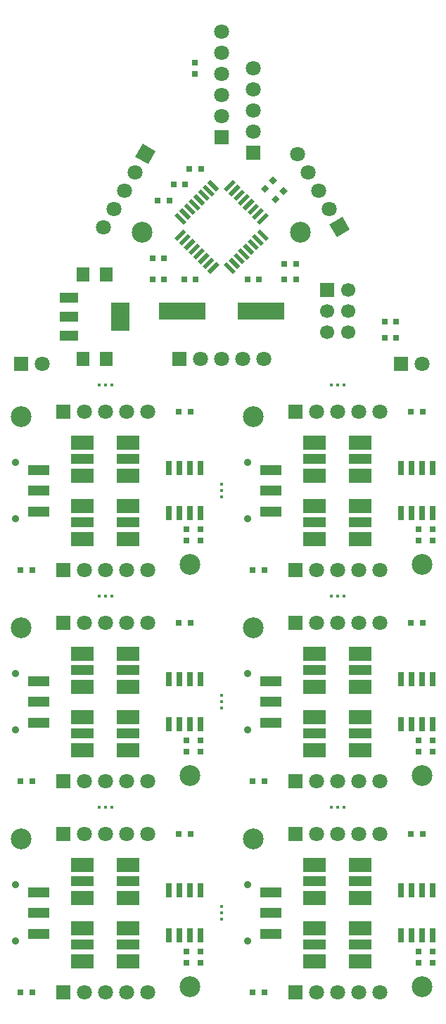
<source format=gts>
%FSLAX34Y34*%
G04 Gerber Fmt 3.4, Leading zero omitted, Abs format*
G04 (created by PCBNEW (2014-02-03 BZR 4657)-product) date Thu 13 Mar 2014 03:57:06 PM CDT*
%MOIN*%
G01*
G70*
G90*
G04 APERTURE LIST*
%ADD10C,0.006000*%
%ADD11C,0.098425*%
%ADD12R,0.029622X0.067024*%
%ADD13R,0.027559X0.027559*%
%ADD14R,0.070866X0.070866*%
%ADD15C,0.070866*%
%ADD16R,0.106300X0.066900*%
%ADD17R,0.106300X0.051200*%
%ADD18C,0.015000*%
%ADD19C,0.035433*%
%ADD20R,0.098425X0.047244*%
%ADD21R,0.062992X0.070866*%
%ADD22R,0.086614X0.047244*%
%ADD23R,0.086614X0.137795*%
%ADD24R,0.066929X0.066929*%
%ADD25C,0.066929*%
%ADD26R,0.220472X0.082677*%
G04 APERTURE END LIST*
G54D10*
G54D11*
X41000Y-42000D03*
X49000Y-49000D03*
G54D12*
X49500Y-44437D03*
X49000Y-44437D03*
X48500Y-44437D03*
X48000Y-44437D03*
X48000Y-46562D03*
X48500Y-46562D03*
X49000Y-46562D03*
X49500Y-46562D03*
G54D13*
X49025Y-41750D03*
X48474Y-41750D03*
X48850Y-47324D03*
X48850Y-47875D03*
G54D14*
X43000Y-41750D03*
G54D15*
X44000Y-41750D03*
X45000Y-41750D03*
X47000Y-41750D03*
X46000Y-41750D03*
G54D16*
X46083Y-47778D03*
G54D17*
X46083Y-47000D03*
G54D16*
X46083Y-46222D03*
X43917Y-46222D03*
G54D17*
X43917Y-47000D03*
G54D16*
X43917Y-47778D03*
X46083Y-44778D03*
G54D17*
X46083Y-44000D03*
G54D16*
X46083Y-43222D03*
X43917Y-43222D03*
G54D17*
X43917Y-44000D03*
G54D16*
X43917Y-44778D03*
G54D14*
X43000Y-49250D03*
G54D15*
X44000Y-49250D03*
X45000Y-49250D03*
X47000Y-49250D03*
X46000Y-49250D03*
G54D13*
X41525Y-49250D03*
X40974Y-49250D03*
X49500Y-47875D03*
X49500Y-47324D03*
X49500Y-57875D03*
X49500Y-57324D03*
X41525Y-59250D03*
X40974Y-59250D03*
G54D14*
X43000Y-59250D03*
G54D15*
X44000Y-59250D03*
X45000Y-59250D03*
X47000Y-59250D03*
X46000Y-59250D03*
G54D16*
X46083Y-54778D03*
G54D17*
X46083Y-54000D03*
G54D16*
X46083Y-53222D03*
X43917Y-53222D03*
G54D17*
X43917Y-54000D03*
G54D16*
X43917Y-54778D03*
X46083Y-57778D03*
G54D17*
X46083Y-57000D03*
G54D16*
X46083Y-56222D03*
X43917Y-56222D03*
G54D17*
X43917Y-57000D03*
G54D16*
X43917Y-57778D03*
G54D14*
X43000Y-51750D03*
G54D15*
X44000Y-51750D03*
X45000Y-51750D03*
X47000Y-51750D03*
X46000Y-51750D03*
G54D13*
X48850Y-57324D03*
X48850Y-57875D03*
X49025Y-51750D03*
X48474Y-51750D03*
G54D12*
X49500Y-54437D03*
X49000Y-54437D03*
X48500Y-54437D03*
X48000Y-54437D03*
X48000Y-56562D03*
X48500Y-56562D03*
X49000Y-56562D03*
X49500Y-56562D03*
G54D11*
X49000Y-59000D03*
X41000Y-52000D03*
X41000Y-62000D03*
X49000Y-69000D03*
G54D12*
X49500Y-64437D03*
X49000Y-64437D03*
X48500Y-64437D03*
X48000Y-64437D03*
X48000Y-66562D03*
X48500Y-66562D03*
X49000Y-66562D03*
X49500Y-66562D03*
G54D13*
X49025Y-61750D03*
X48474Y-61750D03*
X48850Y-67324D03*
X48850Y-67875D03*
G54D14*
X43000Y-61750D03*
G54D15*
X44000Y-61750D03*
X45000Y-61750D03*
X47000Y-61750D03*
X46000Y-61750D03*
G54D16*
X46083Y-67778D03*
G54D17*
X46083Y-67000D03*
G54D16*
X46083Y-66222D03*
X43917Y-66222D03*
G54D17*
X43917Y-67000D03*
G54D16*
X43917Y-67778D03*
X46083Y-64778D03*
G54D17*
X46083Y-64000D03*
G54D16*
X46083Y-63222D03*
X43917Y-63222D03*
G54D17*
X43917Y-64000D03*
G54D16*
X43917Y-64778D03*
G54D14*
X43000Y-69250D03*
G54D15*
X44000Y-69250D03*
X45000Y-69250D03*
X47000Y-69250D03*
X46000Y-69250D03*
G54D13*
X41525Y-69250D03*
X40974Y-69250D03*
X49500Y-67875D03*
X49500Y-67324D03*
G54D18*
X45000Y-60500D03*
X45300Y-60500D03*
X44700Y-60500D03*
X44700Y-50500D03*
X45300Y-50500D03*
X45000Y-50500D03*
G54D19*
X40750Y-56838D03*
X40750Y-54161D03*
G54D20*
X41832Y-54515D03*
X41832Y-55500D03*
X41832Y-56484D03*
G54D19*
X40750Y-66838D03*
X40750Y-64161D03*
G54D20*
X41832Y-64515D03*
X41832Y-65500D03*
X41832Y-66484D03*
G54D18*
X33700Y-60500D03*
X34300Y-60500D03*
X34000Y-60500D03*
G54D13*
X38500Y-67875D03*
X38500Y-67324D03*
X30525Y-69250D03*
X29974Y-69250D03*
G54D14*
X32000Y-69250D03*
G54D15*
X33000Y-69250D03*
X34000Y-69250D03*
X36000Y-69250D03*
X35000Y-69250D03*
G54D16*
X35083Y-64778D03*
G54D17*
X35083Y-64000D03*
G54D16*
X35083Y-63222D03*
X32917Y-63222D03*
G54D17*
X32917Y-64000D03*
G54D16*
X32917Y-64778D03*
X35083Y-67778D03*
G54D17*
X35083Y-67000D03*
G54D16*
X35083Y-66222D03*
X32917Y-66222D03*
G54D17*
X32917Y-67000D03*
G54D16*
X32917Y-67778D03*
G54D14*
X32000Y-61750D03*
G54D15*
X33000Y-61750D03*
X34000Y-61750D03*
X36000Y-61750D03*
X35000Y-61750D03*
G54D13*
X37850Y-67324D03*
X37850Y-67875D03*
X38025Y-61750D03*
X37474Y-61750D03*
G54D19*
X29750Y-66838D03*
X29750Y-64161D03*
G54D20*
X30832Y-64515D03*
X30832Y-65500D03*
X30832Y-66484D03*
G54D12*
X38500Y-64437D03*
X38000Y-64437D03*
X37500Y-64437D03*
X37000Y-64437D03*
X37000Y-66562D03*
X37500Y-66562D03*
X38000Y-66562D03*
X38500Y-66562D03*
G54D11*
X38000Y-69000D03*
X30000Y-62000D03*
X30000Y-52000D03*
X38000Y-59000D03*
G54D12*
X38500Y-54437D03*
X38000Y-54437D03*
X37500Y-54437D03*
X37000Y-54437D03*
X37000Y-56562D03*
X37500Y-56562D03*
X38000Y-56562D03*
X38500Y-56562D03*
G54D19*
X29750Y-56838D03*
X29750Y-54161D03*
G54D20*
X30832Y-54515D03*
X30832Y-55500D03*
X30832Y-56484D03*
G54D13*
X38025Y-51750D03*
X37474Y-51750D03*
X37850Y-57324D03*
X37850Y-57875D03*
G54D14*
X32000Y-51750D03*
G54D15*
X33000Y-51750D03*
X34000Y-51750D03*
X36000Y-51750D03*
X35000Y-51750D03*
G54D16*
X35083Y-57778D03*
G54D17*
X35083Y-57000D03*
G54D16*
X35083Y-56222D03*
X32917Y-56222D03*
G54D17*
X32917Y-57000D03*
G54D16*
X32917Y-57778D03*
X35083Y-54778D03*
G54D17*
X35083Y-54000D03*
G54D16*
X35083Y-53222D03*
X32917Y-53222D03*
G54D17*
X32917Y-54000D03*
G54D16*
X32917Y-54778D03*
G54D14*
X32000Y-59250D03*
G54D15*
X33000Y-59250D03*
X34000Y-59250D03*
X36000Y-59250D03*
X35000Y-59250D03*
G54D13*
X30525Y-59250D03*
X29974Y-59250D03*
X38500Y-57875D03*
X38500Y-57324D03*
G54D18*
X39500Y-55200D03*
X39500Y-55500D03*
X39500Y-55800D03*
X39500Y-65200D03*
X39500Y-65500D03*
X39500Y-65800D03*
G54D19*
X40750Y-46838D03*
X40750Y-44161D03*
G54D20*
X41832Y-44515D03*
X41832Y-45500D03*
X41832Y-46484D03*
G54D18*
X34000Y-50500D03*
X34300Y-50500D03*
X33700Y-50500D03*
G54D13*
X36775Y-35500D03*
X36224Y-35500D03*
X41275Y-35500D03*
X40724Y-35500D03*
X37724Y-35500D03*
X38275Y-35500D03*
X36775Y-34500D03*
X36224Y-34500D03*
G54D10*
G36*
X42055Y-31889D02*
X41860Y-31694D01*
X42055Y-31500D01*
X42250Y-31694D01*
X42055Y-31889D01*
X42055Y-31889D01*
G37*
G36*
X42444Y-31500D02*
X42250Y-31305D01*
X42444Y-31110D01*
X42639Y-31305D01*
X42444Y-31500D01*
X42444Y-31500D01*
G37*
G36*
X41944Y-30610D02*
X42139Y-30805D01*
X41944Y-31000D01*
X41750Y-30805D01*
X41944Y-30610D01*
X41944Y-30610D01*
G37*
G36*
X41555Y-31000D02*
X41750Y-31194D01*
X41555Y-31389D01*
X41360Y-31194D01*
X41555Y-31000D01*
X41555Y-31000D01*
G37*
G54D21*
X34051Y-39250D03*
X32948Y-39250D03*
X34051Y-35250D03*
X32948Y-35250D03*
G54D13*
X38250Y-25775D03*
X38250Y-25224D03*
X38500Y-47875D03*
X38500Y-47324D03*
X30525Y-49250D03*
X29974Y-49250D03*
G54D10*
G36*
X37411Y-33668D02*
X37272Y-33529D01*
X37690Y-33111D01*
X37829Y-33251D01*
X37411Y-33668D01*
X37411Y-33668D01*
G37*
G36*
X37634Y-33891D02*
X37495Y-33752D01*
X37913Y-33334D01*
X38052Y-33473D01*
X37634Y-33891D01*
X37634Y-33891D01*
G37*
G36*
X37857Y-34114D02*
X37718Y-33975D01*
X38135Y-33557D01*
X38275Y-33696D01*
X37857Y-34114D01*
X37857Y-34114D01*
G37*
G36*
X38080Y-34337D02*
X37940Y-34197D01*
X38358Y-33779D01*
X38498Y-33919D01*
X38080Y-34337D01*
X38080Y-34337D01*
G37*
G36*
X38302Y-34559D02*
X38162Y-34419D01*
X38580Y-34001D01*
X38720Y-34141D01*
X38302Y-34559D01*
X38302Y-34559D01*
G37*
G36*
X38524Y-34781D02*
X38385Y-34642D01*
X38803Y-34224D01*
X38942Y-34364D01*
X38524Y-34781D01*
X38524Y-34781D01*
G37*
G36*
X38747Y-35004D02*
X38608Y-34865D01*
X39026Y-34447D01*
X39165Y-34586D01*
X38747Y-35004D01*
X38747Y-35004D01*
G37*
G36*
X38970Y-35227D02*
X38831Y-35088D01*
X39248Y-34670D01*
X39388Y-34809D01*
X38970Y-35227D01*
X38970Y-35227D01*
G37*
G36*
X40168Y-35088D02*
X40029Y-35227D01*
X39611Y-34809D01*
X39751Y-34670D01*
X40168Y-35088D01*
X40168Y-35088D01*
G37*
G36*
X40391Y-34865D02*
X40252Y-35004D01*
X39834Y-34586D01*
X39973Y-34447D01*
X40391Y-34865D01*
X40391Y-34865D01*
G37*
G36*
X40614Y-34642D02*
X40475Y-34781D01*
X40057Y-34364D01*
X40196Y-34224D01*
X40614Y-34642D01*
X40614Y-34642D01*
G37*
G36*
X40837Y-34419D02*
X40697Y-34559D01*
X40279Y-34141D01*
X40419Y-34001D01*
X40837Y-34419D01*
X40837Y-34419D01*
G37*
G36*
X41059Y-34197D02*
X40919Y-34337D01*
X40501Y-33919D01*
X40641Y-33779D01*
X41059Y-34197D01*
X41059Y-34197D01*
G37*
G36*
X41281Y-33975D02*
X41142Y-34114D01*
X40724Y-33696D01*
X40864Y-33557D01*
X41281Y-33975D01*
X41281Y-33975D01*
G37*
G36*
X41504Y-33752D02*
X41365Y-33891D01*
X40947Y-33473D01*
X41086Y-33334D01*
X41504Y-33752D01*
X41504Y-33752D01*
G37*
G36*
X41727Y-33529D02*
X41588Y-33668D01*
X41170Y-33251D01*
X41309Y-33111D01*
X41727Y-33529D01*
X41727Y-33529D01*
G37*
G36*
X41588Y-32331D02*
X41727Y-32470D01*
X41309Y-32888D01*
X41170Y-32748D01*
X41588Y-32331D01*
X41588Y-32331D01*
G37*
G36*
X41365Y-32108D02*
X41504Y-32247D01*
X41086Y-32665D01*
X40947Y-32526D01*
X41365Y-32108D01*
X41365Y-32108D01*
G37*
G36*
X41142Y-31885D02*
X41281Y-32024D01*
X40864Y-32442D01*
X40724Y-32303D01*
X41142Y-31885D01*
X41142Y-31885D01*
G37*
G36*
X40919Y-31662D02*
X41059Y-31802D01*
X40641Y-32220D01*
X40501Y-32080D01*
X40919Y-31662D01*
X40919Y-31662D01*
G37*
G36*
X40697Y-31440D02*
X40837Y-31580D01*
X40419Y-31998D01*
X40279Y-31858D01*
X40697Y-31440D01*
X40697Y-31440D01*
G37*
G36*
X40475Y-31218D02*
X40614Y-31357D01*
X40196Y-31775D01*
X40057Y-31635D01*
X40475Y-31218D01*
X40475Y-31218D01*
G37*
G36*
X40252Y-30995D02*
X40391Y-31134D01*
X39973Y-31552D01*
X39834Y-31413D01*
X40252Y-30995D01*
X40252Y-30995D01*
G37*
G36*
X40029Y-30772D02*
X40168Y-30911D01*
X39751Y-31329D01*
X39611Y-31190D01*
X40029Y-30772D01*
X40029Y-30772D01*
G37*
G36*
X38831Y-30911D02*
X38970Y-30772D01*
X39388Y-31190D01*
X39248Y-31329D01*
X38831Y-30911D01*
X38831Y-30911D01*
G37*
G36*
X38608Y-31134D02*
X38747Y-30995D01*
X39165Y-31413D01*
X39026Y-31552D01*
X38608Y-31134D01*
X38608Y-31134D01*
G37*
G36*
X38385Y-31357D02*
X38524Y-31218D01*
X38942Y-31635D01*
X38803Y-31775D01*
X38385Y-31357D01*
X38385Y-31357D01*
G37*
G36*
X38162Y-31580D02*
X38302Y-31440D01*
X38720Y-31858D01*
X38580Y-31998D01*
X38162Y-31580D01*
X38162Y-31580D01*
G37*
G36*
X37940Y-31802D02*
X38080Y-31662D01*
X38498Y-32080D01*
X38358Y-32220D01*
X37940Y-31802D01*
X37940Y-31802D01*
G37*
G36*
X37718Y-32024D02*
X37857Y-31885D01*
X38275Y-32303D01*
X38135Y-32442D01*
X37718Y-32024D01*
X37718Y-32024D01*
G37*
G36*
X37495Y-32247D02*
X37634Y-32108D01*
X38052Y-32526D01*
X37913Y-32665D01*
X37495Y-32247D01*
X37495Y-32247D01*
G37*
G36*
X37272Y-32470D02*
X37411Y-32331D01*
X37829Y-32748D01*
X37690Y-32888D01*
X37272Y-32470D01*
X37272Y-32470D01*
G37*
G54D22*
X32279Y-36344D03*
X32279Y-37250D03*
X32279Y-38155D03*
G54D23*
X34720Y-37250D03*
G54D14*
X48000Y-39500D03*
G54D15*
X49000Y-39500D03*
G54D14*
X32000Y-49250D03*
G54D15*
X33000Y-49250D03*
X34000Y-49250D03*
X36000Y-49250D03*
X35000Y-49250D03*
G54D16*
X35083Y-44778D03*
G54D17*
X35083Y-44000D03*
G54D16*
X35083Y-43222D03*
X32917Y-43222D03*
G54D17*
X32917Y-44000D03*
G54D16*
X32917Y-44778D03*
X35083Y-47778D03*
G54D17*
X35083Y-47000D03*
G54D16*
X35083Y-46222D03*
X32917Y-46222D03*
G54D17*
X32917Y-47000D03*
G54D16*
X32917Y-47778D03*
G54D13*
X43025Y-35500D03*
X42474Y-35500D03*
X47224Y-37500D03*
X47775Y-37500D03*
G54D14*
X30000Y-39500D03*
G54D15*
X31000Y-39500D03*
G54D24*
X44500Y-36000D03*
G54D25*
X45500Y-36000D03*
X44500Y-37000D03*
X45500Y-37000D03*
X44500Y-38000D03*
X45500Y-38000D03*
G54D14*
X39500Y-28750D03*
G54D15*
X39500Y-27750D03*
X39500Y-26750D03*
X39500Y-24750D03*
X39500Y-23750D03*
X39500Y-25750D03*
G54D14*
X37500Y-39250D03*
G54D15*
X38500Y-39250D03*
X39500Y-39250D03*
X41500Y-39250D03*
X40500Y-39250D03*
G54D10*
G36*
X35770Y-29063D02*
X36384Y-29418D01*
X36029Y-30031D01*
X35415Y-29677D01*
X35770Y-29063D01*
X35770Y-29063D01*
G37*
G54D15*
X35400Y-30413D03*
X34900Y-31280D03*
X33900Y-33012D03*
X34400Y-32146D03*
G54D10*
G36*
X45584Y-33141D02*
X44970Y-33496D01*
X44615Y-32882D01*
X45229Y-32528D01*
X45584Y-33141D01*
X45584Y-33141D01*
G37*
G54D15*
X44600Y-32146D03*
X44100Y-31280D03*
X43100Y-29547D03*
X43600Y-30413D03*
G54D14*
X32000Y-41750D03*
G54D15*
X33000Y-41750D03*
X34000Y-41750D03*
X36000Y-41750D03*
X35000Y-41750D03*
G54D13*
X37025Y-31750D03*
X36474Y-31750D03*
X37775Y-31000D03*
X37224Y-31000D03*
X38525Y-30250D03*
X37974Y-30250D03*
X37850Y-47324D03*
X37850Y-47875D03*
X38025Y-41750D03*
X37474Y-41750D03*
X43025Y-34750D03*
X42474Y-34750D03*
X47224Y-38250D03*
X47775Y-38250D03*
G54D19*
X29750Y-46838D03*
X29750Y-44161D03*
G54D20*
X30832Y-44515D03*
X30832Y-45500D03*
X30832Y-46484D03*
G54D26*
X37629Y-37000D03*
X41370Y-37000D03*
G54D12*
X38500Y-44437D03*
X38000Y-44437D03*
X37500Y-44437D03*
X37000Y-44437D03*
X37000Y-46562D03*
X37500Y-46562D03*
X38000Y-46562D03*
X38500Y-46562D03*
G54D14*
X41000Y-29500D03*
G54D15*
X41000Y-28500D03*
X41000Y-27500D03*
X41000Y-25500D03*
X41000Y-26500D03*
G54D11*
X35750Y-33250D03*
X43250Y-33250D03*
X38000Y-49000D03*
X30000Y-42000D03*
G54D18*
X33700Y-40500D03*
X34000Y-40500D03*
X34300Y-40500D03*
X45300Y-40500D03*
X45000Y-40500D03*
X44700Y-40500D03*
X39500Y-45500D03*
X39500Y-45200D03*
X39500Y-45800D03*
M02*

</source>
